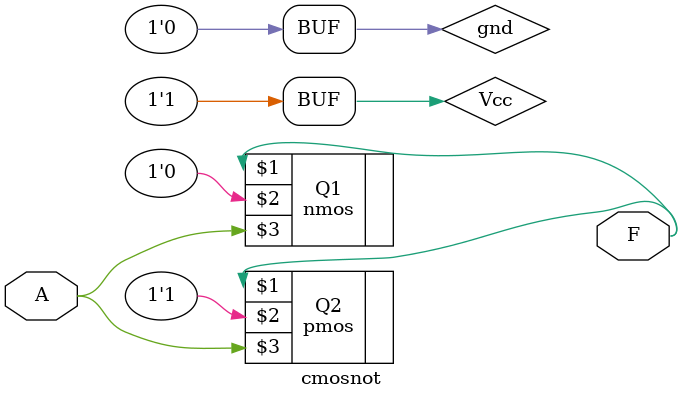
<source format=v>
`timescale 1ns / 1ps


module cmosnot(F,A);
    input A;
    output F;
    supply1 Vcc;
    supply0 gnd;
    pmos Q2(F, Vcc, A);
    nmos Q1(F, gnd, A);
endmodule

</source>
